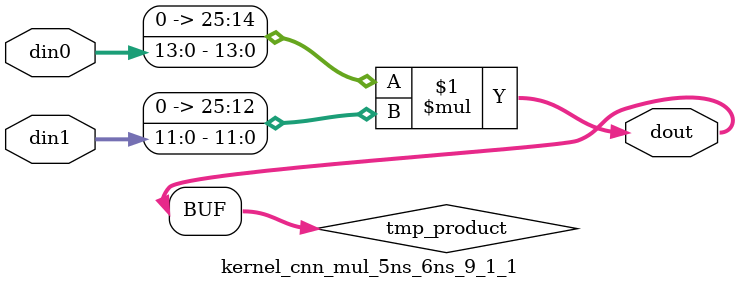
<source format=v>

`timescale 1 ns / 1 ps

  module kernel_cnn_mul_5ns_6ns_9_1_1(din0, din1, dout);
parameter ID = 1;
parameter NUM_STAGE = 0;
parameter din0_WIDTH = 14;
parameter din1_WIDTH = 12;
parameter dout_WIDTH = 26;

input [din0_WIDTH - 1 : 0] din0; 
input [din1_WIDTH - 1 : 0] din1; 
output [dout_WIDTH - 1 : 0] dout;

wire signed [dout_WIDTH - 1 : 0] tmp_product;










assign tmp_product = $signed({1'b0, din0}) * $signed({1'b0, din1});











assign dout = tmp_product;







endmodule

</source>
